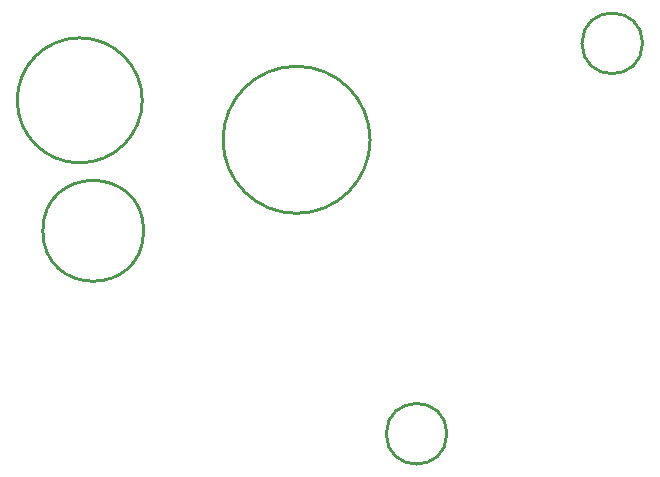
<source format=gbr>
%TF.GenerationSoftware,Altium Limited,Altium Designer,22.7.1 (60)*%
G04 Layer_Color=16711935*
%FSLAX45Y45*%
%MOMM*%
%TF.SameCoordinates,7EA997FE-DDDF-495E-A45D-074EEB3093BC*%
%TF.FilePolarity,Positive*%
%TF.FileFunction,Other,Mechanical_1*%
%TF.Part,Single*%
G01*
G75*
%TA.AperFunction,NonConductor*%
%ADD49C,0.25400*%
D49*
X5933741Y1397000D02*
G03*
X5933741Y1397000I-256841J0D01*
G01*
X3366207Y3115463D02*
G03*
X3366207Y3115463I-426728J0D01*
G01*
X3354481Y4220363D02*
G03*
X3354481Y4220363I-529302J0D01*
G01*
X7590521Y4702963D02*
G03*
X7590521Y4702963I-256841J0D01*
G01*
X5283718Y3886200D02*
G03*
X5283718Y3886200I-622818J0D01*
G01*
%TF.MD5,a9a4ea512dd63b2a1961ef88079f9148*%
M02*

</source>
